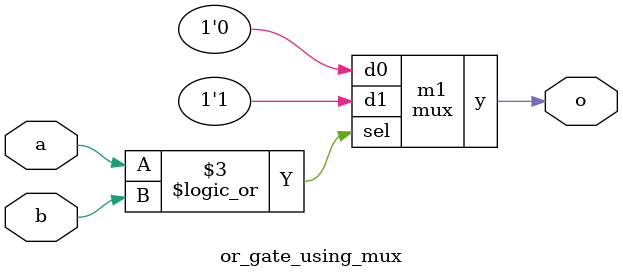
<source format=sv>

module mux
(
  input  d0, d1,
  input  sel,
  output y
);

  assign y = sel ? d1 : d0;

endmodule

//----------------------------------------------------------------------------
// Task
//----------------------------------------------------------------------------

module or_gate_using_mux
(
    input  a,
    input  b,
    output o
);

  // Task:

  // Implement or gate using instance(s) of mux,
  // constants 0 and 1, and wire connections
  mux m1(.d0(0),.d1(1),.sel(a||b),.y(o));


endmodule

</source>
